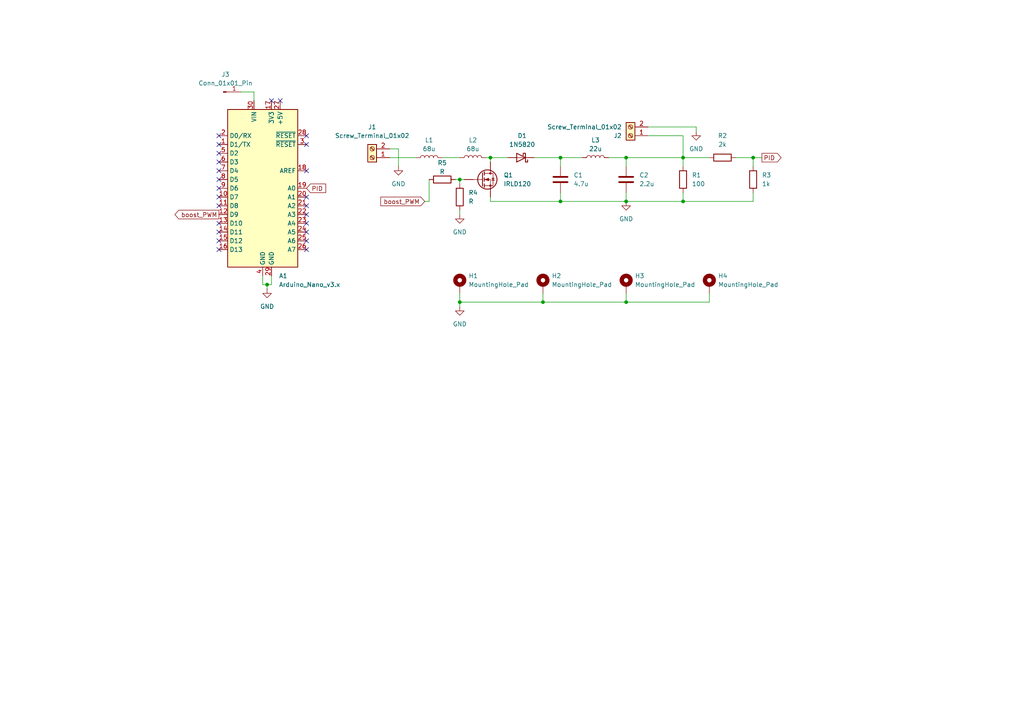
<source format=kicad_sch>
(kicad_sch
	(version 20250114)
	(generator "eeschema")
	(generator_version "9.0")
	(uuid "7a277de7-45f6-414b-b33a-818521136a65")
	(paper "A4")
	(title_block
		(title "Boost converter")
		(date "2025-04-14")
		(rev "1.1")
	)
	(lib_symbols
		(symbol "Connector:Conn_01x01_Pin"
			(pin_names
				(offset 1.016)
				(hide yes)
			)
			(exclude_from_sim no)
			(in_bom yes)
			(on_board yes)
			(property "Reference" "J"
				(at 0 2.54 0)
				(effects
					(font
						(size 1.27 1.27)
					)
				)
			)
			(property "Value" "Conn_01x01_Pin"
				(at 0 -2.54 0)
				(effects
					(font
						(size 1.27 1.27)
					)
				)
			)
			(property "Footprint" ""
				(at 0 0 0)
				(effects
					(font
						(size 1.27 1.27)
					)
					(hide yes)
				)
			)
			(property "Datasheet" "~"
				(at 0 0 0)
				(effects
					(font
						(size 1.27 1.27)
					)
					(hide yes)
				)
			)
			(property "Description" "Generic connector, single row, 01x01, script generated"
				(at 0 0 0)
				(effects
					(font
						(size 1.27 1.27)
					)
					(hide yes)
				)
			)
			(property "ki_locked" ""
				(at 0 0 0)
				(effects
					(font
						(size 1.27 1.27)
					)
				)
			)
			(property "ki_keywords" "connector"
				(at 0 0 0)
				(effects
					(font
						(size 1.27 1.27)
					)
					(hide yes)
				)
			)
			(property "ki_fp_filters" "Connector*:*_1x??_*"
				(at 0 0 0)
				(effects
					(font
						(size 1.27 1.27)
					)
					(hide yes)
				)
			)
			(symbol "Conn_01x01_Pin_1_1"
				(rectangle
					(start 0.8636 0.127)
					(end 0 -0.127)
					(stroke
						(width 0.1524)
						(type default)
					)
					(fill
						(type outline)
					)
				)
				(polyline
					(pts
						(xy 1.27 0) (xy 0.8636 0)
					)
					(stroke
						(width 0.1524)
						(type default)
					)
					(fill
						(type none)
					)
				)
				(pin passive line
					(at 5.08 0 180)
					(length 3.81)
					(name "Pin_1"
						(effects
							(font
								(size 1.27 1.27)
							)
						)
					)
					(number "1"
						(effects
							(font
								(size 1.27 1.27)
							)
						)
					)
				)
			)
			(embedded_fonts no)
		)
		(symbol "Connector:Screw_Terminal_01x02"
			(pin_names
				(offset 1.016)
				(hide yes)
			)
			(exclude_from_sim no)
			(in_bom yes)
			(on_board yes)
			(property "Reference" "J"
				(at 0 2.54 0)
				(effects
					(font
						(size 1.27 1.27)
					)
				)
			)
			(property "Value" "Screw_Terminal_01x02"
				(at 0 -5.08 0)
				(effects
					(font
						(size 1.27 1.27)
					)
				)
			)
			(property "Footprint" ""
				(at 0 0 0)
				(effects
					(font
						(size 1.27 1.27)
					)
					(hide yes)
				)
			)
			(property "Datasheet" "~"
				(at 0 0 0)
				(effects
					(font
						(size 1.27 1.27)
					)
					(hide yes)
				)
			)
			(property "Description" "Generic screw terminal, single row, 01x02, script generated (kicad-library-utils/schlib/autogen/connector/)"
				(at 0 0 0)
				(effects
					(font
						(size 1.27 1.27)
					)
					(hide yes)
				)
			)
			(property "ki_keywords" "screw terminal"
				(at 0 0 0)
				(effects
					(font
						(size 1.27 1.27)
					)
					(hide yes)
				)
			)
			(property "ki_fp_filters" "TerminalBlock*:*"
				(at 0 0 0)
				(effects
					(font
						(size 1.27 1.27)
					)
					(hide yes)
				)
			)
			(symbol "Screw_Terminal_01x02_1_1"
				(rectangle
					(start -1.27 1.27)
					(end 1.27 -3.81)
					(stroke
						(width 0.254)
						(type default)
					)
					(fill
						(type background)
					)
				)
				(polyline
					(pts
						(xy -0.5334 0.3302) (xy 0.3302 -0.508)
					)
					(stroke
						(width 0.1524)
						(type default)
					)
					(fill
						(type none)
					)
				)
				(polyline
					(pts
						(xy -0.5334 -2.2098) (xy 0.3302 -3.048)
					)
					(stroke
						(width 0.1524)
						(type default)
					)
					(fill
						(type none)
					)
				)
				(polyline
					(pts
						(xy -0.3556 0.508) (xy 0.508 -0.3302)
					)
					(stroke
						(width 0.1524)
						(type default)
					)
					(fill
						(type none)
					)
				)
				(polyline
					(pts
						(xy -0.3556 -2.032) (xy 0.508 -2.8702)
					)
					(stroke
						(width 0.1524)
						(type default)
					)
					(fill
						(type none)
					)
				)
				(circle
					(center 0 0)
					(radius 0.635)
					(stroke
						(width 0.1524)
						(type default)
					)
					(fill
						(type none)
					)
				)
				(circle
					(center 0 -2.54)
					(radius 0.635)
					(stroke
						(width 0.1524)
						(type default)
					)
					(fill
						(type none)
					)
				)
				(pin passive line
					(at -5.08 0 0)
					(length 3.81)
					(name "Pin_1"
						(effects
							(font
								(size 1.27 1.27)
							)
						)
					)
					(number "1"
						(effects
							(font
								(size 1.27 1.27)
							)
						)
					)
				)
				(pin passive line
					(at -5.08 -2.54 0)
					(length 3.81)
					(name "Pin_2"
						(effects
							(font
								(size 1.27 1.27)
							)
						)
					)
					(number "2"
						(effects
							(font
								(size 1.27 1.27)
							)
						)
					)
				)
			)
			(embedded_fonts no)
		)
		(symbol "Device:C"
			(pin_numbers
				(hide yes)
			)
			(pin_names
				(offset 0.254)
			)
			(exclude_from_sim no)
			(in_bom yes)
			(on_board yes)
			(property "Reference" "C"
				(at 0.635 2.54 0)
				(effects
					(font
						(size 1.27 1.27)
					)
					(justify left)
				)
			)
			(property "Value" "C"
				(at 0.635 -2.54 0)
				(effects
					(font
						(size 1.27 1.27)
					)
					(justify left)
				)
			)
			(property "Footprint" ""
				(at 0.9652 -3.81 0)
				(effects
					(font
						(size 1.27 1.27)
					)
					(hide yes)
				)
			)
			(property "Datasheet" "~"
				(at 0 0 0)
				(effects
					(font
						(size 1.27 1.27)
					)
					(hide yes)
				)
			)
			(property "Description" "Unpolarized capacitor"
				(at 0 0 0)
				(effects
					(font
						(size 1.27 1.27)
					)
					(hide yes)
				)
			)
			(property "ki_keywords" "cap capacitor"
				(at 0 0 0)
				(effects
					(font
						(size 1.27 1.27)
					)
					(hide yes)
				)
			)
			(property "ki_fp_filters" "C_*"
				(at 0 0 0)
				(effects
					(font
						(size 1.27 1.27)
					)
					(hide yes)
				)
			)
			(symbol "C_0_1"
				(polyline
					(pts
						(xy -2.032 0.762) (xy 2.032 0.762)
					)
					(stroke
						(width 0.508)
						(type default)
					)
					(fill
						(type none)
					)
				)
				(polyline
					(pts
						(xy -2.032 -0.762) (xy 2.032 -0.762)
					)
					(stroke
						(width 0.508)
						(type default)
					)
					(fill
						(type none)
					)
				)
			)
			(symbol "C_1_1"
				(pin passive line
					(at 0 3.81 270)
					(length 2.794)
					(name "~"
						(effects
							(font
								(size 1.27 1.27)
							)
						)
					)
					(number "1"
						(effects
							(font
								(size 1.27 1.27)
							)
						)
					)
				)
				(pin passive line
					(at 0 -3.81 90)
					(length 2.794)
					(name "~"
						(effects
							(font
								(size 1.27 1.27)
							)
						)
					)
					(number "2"
						(effects
							(font
								(size 1.27 1.27)
							)
						)
					)
				)
			)
			(embedded_fonts no)
		)
		(symbol "Device:L"
			(pin_numbers
				(hide yes)
			)
			(pin_names
				(offset 1.016)
				(hide yes)
			)
			(exclude_from_sim no)
			(in_bom yes)
			(on_board yes)
			(property "Reference" "L"
				(at -1.27 0 90)
				(effects
					(font
						(size 1.27 1.27)
					)
				)
			)
			(property "Value" "L"
				(at 1.905 0 90)
				(effects
					(font
						(size 1.27 1.27)
					)
				)
			)
			(property "Footprint" ""
				(at 0 0 0)
				(effects
					(font
						(size 1.27 1.27)
					)
					(hide yes)
				)
			)
			(property "Datasheet" "~"
				(at 0 0 0)
				(effects
					(font
						(size 1.27 1.27)
					)
					(hide yes)
				)
			)
			(property "Description" "Inductor"
				(at 0 0 0)
				(effects
					(font
						(size 1.27 1.27)
					)
					(hide yes)
				)
			)
			(property "ki_keywords" "inductor choke coil reactor magnetic"
				(at 0 0 0)
				(effects
					(font
						(size 1.27 1.27)
					)
					(hide yes)
				)
			)
			(property "ki_fp_filters" "Choke_* *Coil* Inductor_* L_*"
				(at 0 0 0)
				(effects
					(font
						(size 1.27 1.27)
					)
					(hide yes)
				)
			)
			(symbol "L_0_1"
				(arc
					(start 0 2.54)
					(mid 0.6323 1.905)
					(end 0 1.27)
					(stroke
						(width 0)
						(type default)
					)
					(fill
						(type none)
					)
				)
				(arc
					(start 0 1.27)
					(mid 0.6323 0.635)
					(end 0 0)
					(stroke
						(width 0)
						(type default)
					)
					(fill
						(type none)
					)
				)
				(arc
					(start 0 0)
					(mid 0.6323 -0.635)
					(end 0 -1.27)
					(stroke
						(width 0)
						(type default)
					)
					(fill
						(type none)
					)
				)
				(arc
					(start 0 -1.27)
					(mid 0.6323 -1.905)
					(end 0 -2.54)
					(stroke
						(width 0)
						(type default)
					)
					(fill
						(type none)
					)
				)
			)
			(symbol "L_1_1"
				(pin passive line
					(at 0 3.81 270)
					(length 1.27)
					(name "1"
						(effects
							(font
								(size 1.27 1.27)
							)
						)
					)
					(number "1"
						(effects
							(font
								(size 1.27 1.27)
							)
						)
					)
				)
				(pin passive line
					(at 0 -3.81 90)
					(length 1.27)
					(name "2"
						(effects
							(font
								(size 1.27 1.27)
							)
						)
					)
					(number "2"
						(effects
							(font
								(size 1.27 1.27)
							)
						)
					)
				)
			)
			(embedded_fonts no)
		)
		(symbol "Device:Q_NMOS"
			(pin_numbers
				(hide yes)
			)
			(pin_names
				(offset 0)
				(hide yes)
			)
			(exclude_from_sim no)
			(in_bom yes)
			(on_board yes)
			(property "Reference" "Q1"
				(at 6.35 1.2701 0)
				(effects
					(font
						(size 1.27 1.27)
					)
					(justify left)
				)
			)
			(property "Value" "IRLD120"
				(at 6.35 -1.2699 0)
				(effects
					(font
						(size 1.27 1.27)
					)
					(justify left)
				)
			)
			(property "Footprint" "Package_DIP:DIP-4_W7.62mm"
				(at 5.08 2.54 0)
				(effects
					(font
						(size 1.27 1.27)
					)
					(hide yes)
				)
			)
			(property "Datasheet" "~"
				(at 0 0 0)
				(effects
					(font
						(size 1.27 1.27)
					)
					(hide yes)
				)
			)
			(property "Description" "N-MOSFET transistor"
				(at 0 0 0)
				(effects
					(font
						(size 1.27 1.27)
					)
					(hide yes)
				)
			)
			(property "ki_keywords" "NMOS N-MOS"
				(at 0 0 0)
				(effects
					(font
						(size 1.27 1.27)
					)
					(hide yes)
				)
			)
			(symbol "Q_NMOS_0_1"
				(polyline
					(pts
						(xy 0.254 1.905) (xy 0.254 -1.905)
					)
					(stroke
						(width 0.254)
						(type default)
					)
					(fill
						(type none)
					)
				)
				(polyline
					(pts
						(xy 0.254 0) (xy -2.54 0)
					)
					(stroke
						(width 0)
						(type default)
					)
					(fill
						(type none)
					)
				)
				(polyline
					(pts
						(xy 0.762 2.286) (xy 0.762 1.27)
					)
					(stroke
						(width 0.254)
						(type default)
					)
					(fill
						(type none)
					)
				)
				(polyline
					(pts
						(xy 0.762 0.508) (xy 0.762 -0.508)
					)
					(stroke
						(width 0.254)
						(type default)
					)
					(fill
						(type none)
					)
				)
				(polyline
					(pts
						(xy 0.762 -1.27) (xy 0.762 -2.286)
					)
					(stroke
						(width 0.254)
						(type default)
					)
					(fill
						(type none)
					)
				)
				(polyline
					(pts
						(xy 0.762 -1.778) (xy 3.302 -1.778) (xy 3.302 1.778) (xy 0.762 1.778)
					)
					(stroke
						(width 0)
						(type default)
					)
					(fill
						(type none)
					)
				)
				(polyline
					(pts
						(xy 1.016 0) (xy 2.032 0.381) (xy 2.032 -0.381) (xy 1.016 0)
					)
					(stroke
						(width 0)
						(type default)
					)
					(fill
						(type outline)
					)
				)
				(circle
					(center 1.651 0)
					(radius 2.794)
					(stroke
						(width 0.254)
						(type default)
					)
					(fill
						(type none)
					)
				)
				(polyline
					(pts
						(xy 2.54 2.54) (xy 2.54 1.778)
					)
					(stroke
						(width 0)
						(type default)
					)
					(fill
						(type none)
					)
				)
				(circle
					(center 2.54 1.778)
					(radius 0.254)
					(stroke
						(width 0)
						(type default)
					)
					(fill
						(type outline)
					)
				)
				(circle
					(center 2.54 -1.778)
					(radius 0.254)
					(stroke
						(width 0)
						(type default)
					)
					(fill
						(type outline)
					)
				)
				(polyline
					(pts
						(xy 2.54 -2.54) (xy 2.54 0) (xy 0.762 0)
					)
					(stroke
						(width 0)
						(type default)
					)
					(fill
						(type none)
					)
				)
				(polyline
					(pts
						(xy 2.921 0.381) (xy 3.683 0.381)
					)
					(stroke
						(width 0)
						(type default)
					)
					(fill
						(type none)
					)
				)
				(polyline
					(pts
						(xy 3.302 0.381) (xy 2.921 -0.254) (xy 3.683 -0.254) (xy 3.302 0.381)
					)
					(stroke
						(width 0)
						(type default)
					)
					(fill
						(type none)
					)
				)
			)
			(symbol "Q_NMOS_1_1"
				(pin input line
					(at -5.08 0 0)
					(length 2.54)
					(name "G"
						(effects
							(font
								(size 1.27 1.27)
							)
						)
					)
					(number "3"
						(effects
							(font
								(size 1.27 1.27)
							)
						)
					)
				)
				(pin passive line
					(at 2.54 5.08 270)
					(length 2.54)
					(name "D"
						(effects
							(font
								(size 1.27 1.27)
							)
						)
					)
					(number "1"
						(effects
							(font
								(size 1.27 1.27)
							)
						)
					)
				)
				(pin passive line
					(at 2.54 -5.08 90)
					(length 2.54)
					(name "S"
						(effects
							(font
								(size 1.27 1.27)
							)
						)
					)
					(number "2"
						(effects
							(font
								(size 1.27 1.27)
							)
						)
					)
				)
			)
			(embedded_fonts no)
		)
		(symbol "Device:R"
			(pin_numbers
				(hide yes)
			)
			(pin_names
				(offset 0)
			)
			(exclude_from_sim no)
			(in_bom yes)
			(on_board yes)
			(property "Reference" "R"
				(at 2.032 0 90)
				(effects
					(font
						(size 1.27 1.27)
					)
				)
			)
			(property "Value" "R"
				(at 0 0 90)
				(effects
					(font
						(size 1.27 1.27)
					)
				)
			)
			(property "Footprint" ""
				(at -1.778 0 90)
				(effects
					(font
						(size 1.27 1.27)
					)
					(hide yes)
				)
			)
			(property "Datasheet" "~"
				(at 0 0 0)
				(effects
					(font
						(size 1.27 1.27)
					)
					(hide yes)
				)
			)
			(property "Description" "Resistor"
				(at 0 0 0)
				(effects
					(font
						(size 1.27 1.27)
					)
					(hide yes)
				)
			)
			(property "ki_keywords" "R res resistor"
				(at 0 0 0)
				(effects
					(font
						(size 1.27 1.27)
					)
					(hide yes)
				)
			)
			(property "ki_fp_filters" "R_*"
				(at 0 0 0)
				(effects
					(font
						(size 1.27 1.27)
					)
					(hide yes)
				)
			)
			(symbol "R_0_1"
				(rectangle
					(start -1.016 -2.54)
					(end 1.016 2.54)
					(stroke
						(width 0.254)
						(type default)
					)
					(fill
						(type none)
					)
				)
			)
			(symbol "R_1_1"
				(pin passive line
					(at 0 3.81 270)
					(length 1.27)
					(name "~"
						(effects
							(font
								(size 1.27 1.27)
							)
						)
					)
					(number "1"
						(effects
							(font
								(size 1.27 1.27)
							)
						)
					)
				)
				(pin passive line
					(at 0 -3.81 90)
					(length 1.27)
					(name "~"
						(effects
							(font
								(size 1.27 1.27)
							)
						)
					)
					(number "2"
						(effects
							(font
								(size 1.27 1.27)
							)
						)
					)
				)
			)
			(embedded_fonts no)
		)
		(symbol "Diode:1N5820"
			(pin_numbers
				(hide yes)
			)
			(pin_names
				(offset 1.016)
				(hide yes)
			)
			(exclude_from_sim no)
			(in_bom yes)
			(on_board yes)
			(property "Reference" "D"
				(at 0 2.54 0)
				(effects
					(font
						(size 1.27 1.27)
					)
				)
			)
			(property "Value" "1N5820"
				(at 0 -2.54 0)
				(effects
					(font
						(size 1.27 1.27)
					)
				)
			)
			(property "Footprint" "Diode_THT:D_DO-201AD_P15.24mm_Horizontal"
				(at 0 -4.445 0)
				(effects
					(font
						(size 1.27 1.27)
					)
					(hide yes)
				)
			)
			(property "Datasheet" "http://www.vishay.com/docs/88526/1n5820.pdf"
				(at 0 0 0)
				(effects
					(font
						(size 1.27 1.27)
					)
					(hide yes)
				)
			)
			(property "Description" "20V 3A Schottky Barrier Rectifier Diode, DO-201AD"
				(at 0 0 0)
				(effects
					(font
						(size 1.27 1.27)
					)
					(hide yes)
				)
			)
			(property "ki_keywords" "diode Schottky"
				(at 0 0 0)
				(effects
					(font
						(size 1.27 1.27)
					)
					(hide yes)
				)
			)
			(property "ki_fp_filters" "D*DO?201AD*"
				(at 0 0 0)
				(effects
					(font
						(size 1.27 1.27)
					)
					(hide yes)
				)
			)
			(symbol "1N5820_0_1"
				(polyline
					(pts
						(xy -1.905 0.635) (xy -1.905 1.27) (xy -1.27 1.27) (xy -1.27 -1.27) (xy -0.635 -1.27) (xy -0.635 -0.635)
					)
					(stroke
						(width 0.254)
						(type default)
					)
					(fill
						(type none)
					)
				)
				(polyline
					(pts
						(xy 1.27 1.27) (xy 1.27 -1.27) (xy -1.27 0) (xy 1.27 1.27)
					)
					(stroke
						(width 0.254)
						(type default)
					)
					(fill
						(type none)
					)
				)
				(polyline
					(pts
						(xy 1.27 0) (xy -1.27 0)
					)
					(stroke
						(width 0)
						(type default)
					)
					(fill
						(type none)
					)
				)
			)
			(symbol "1N5820_1_1"
				(pin passive line
					(at -3.81 0 0)
					(length 2.54)
					(name "K"
						(effects
							(font
								(size 1.27 1.27)
							)
						)
					)
					(number "1"
						(effects
							(font
								(size 1.27 1.27)
							)
						)
					)
				)
				(pin passive line
					(at 3.81 0 180)
					(length 2.54)
					(name "A"
						(effects
							(font
								(size 1.27 1.27)
							)
						)
					)
					(number "2"
						(effects
							(font
								(size 1.27 1.27)
							)
						)
					)
				)
			)
			(embedded_fonts no)
		)
		(symbol "MCU_Module:Arduino_Nano_v3.x"
			(exclude_from_sim no)
			(in_bom yes)
			(on_board yes)
			(property "Reference" "A"
				(at -10.16 23.495 0)
				(effects
					(font
						(size 1.27 1.27)
					)
					(justify left bottom)
				)
			)
			(property "Value" "Arduino_Nano_v3.x"
				(at 5.08 -24.13 0)
				(effects
					(font
						(size 1.27 1.27)
					)
					(justify left top)
				)
			)
			(property "Footprint" "Module:Arduino_Nano"
				(at 0 0 0)
				(effects
					(font
						(size 1.27 1.27)
						(italic yes)
					)
					(hide yes)
				)
			)
			(property "Datasheet" "http://www.mouser.com/pdfdocs/Gravitech_Arduino_Nano3_0.pdf"
				(at 0 0 0)
				(effects
					(font
						(size 1.27 1.27)
					)
					(hide yes)
				)
			)
			(property "Description" "Arduino Nano v3.x"
				(at 0 0 0)
				(effects
					(font
						(size 1.27 1.27)
					)
					(hide yes)
				)
			)
			(property "ki_keywords" "Arduino nano microcontroller module USB"
				(at 0 0 0)
				(effects
					(font
						(size 1.27 1.27)
					)
					(hide yes)
				)
			)
			(property "ki_fp_filters" "Arduino*Nano*"
				(at 0 0 0)
				(effects
					(font
						(size 1.27 1.27)
					)
					(hide yes)
				)
			)
			(symbol "Arduino_Nano_v3.x_0_1"
				(rectangle
					(start -10.16 22.86)
					(end 10.16 -22.86)
					(stroke
						(width 0.254)
						(type default)
					)
					(fill
						(type background)
					)
				)
			)
			(symbol "Arduino_Nano_v3.x_1_1"
				(pin bidirectional line
					(at -12.7 15.24 0)
					(length 2.54)
					(name "D0/RX"
						(effects
							(font
								(size 1.27 1.27)
							)
						)
					)
					(number "2"
						(effects
							(font
								(size 1.27 1.27)
							)
						)
					)
				)
				(pin bidirectional line
					(at -12.7 12.7 0)
					(length 2.54)
					(name "D1/TX"
						(effects
							(font
								(size 1.27 1.27)
							)
						)
					)
					(number "1"
						(effects
							(font
								(size 1.27 1.27)
							)
						)
					)
				)
				(pin bidirectional line
					(at -12.7 10.16 0)
					(length 2.54)
					(name "D2"
						(effects
							(font
								(size 1.27 1.27)
							)
						)
					)
					(number "5"
						(effects
							(font
								(size 1.27 1.27)
							)
						)
					)
				)
				(pin bidirectional line
					(at -12.7 7.62 0)
					(length 2.54)
					(name "D3"
						(effects
							(font
								(size 1.27 1.27)
							)
						)
					)
					(number "6"
						(effects
							(font
								(size 1.27 1.27)
							)
						)
					)
				)
				(pin bidirectional line
					(at -12.7 5.08 0)
					(length 2.54)
					(name "D4"
						(effects
							(font
								(size 1.27 1.27)
							)
						)
					)
					(number "7"
						(effects
							(font
								(size 1.27 1.27)
							)
						)
					)
				)
				(pin bidirectional line
					(at -12.7 2.54 0)
					(length 2.54)
					(name "D5"
						(effects
							(font
								(size 1.27 1.27)
							)
						)
					)
					(number "8"
						(effects
							(font
								(size 1.27 1.27)
							)
						)
					)
				)
				(pin bidirectional line
					(at -12.7 0 0)
					(length 2.54)
					(name "D6"
						(effects
							(font
								(size 1.27 1.27)
							)
						)
					)
					(number "9"
						(effects
							(font
								(size 1.27 1.27)
							)
						)
					)
				)
				(pin bidirectional line
					(at -12.7 -2.54 0)
					(length 2.54)
					(name "D7"
						(effects
							(font
								(size 1.27 1.27)
							)
						)
					)
					(number "10"
						(effects
							(font
								(size 1.27 1.27)
							)
						)
					)
				)
				(pin bidirectional line
					(at -12.7 -5.08 0)
					(length 2.54)
					(name "D8"
						(effects
							(font
								(size 1.27 1.27)
							)
						)
					)
					(number "11"
						(effects
							(font
								(size 1.27 1.27)
							)
						)
					)
				)
				(pin bidirectional line
					(at -12.7 -7.62 0)
					(length 2.54)
					(name "D9"
						(effects
							(font
								(size 1.27 1.27)
							)
						)
					)
					(number "12"
						(effects
							(font
								(size 1.27 1.27)
							)
						)
					)
				)
				(pin bidirectional line
					(at -12.7 -10.16 0)
					(length 2.54)
					(name "D10"
						(effects
							(font
								(size 1.27 1.27)
							)
						)
					)
					(number "13"
						(effects
							(font
								(size 1.27 1.27)
							)
						)
					)
				)
				(pin bidirectional line
					(at -12.7 -12.7 0)
					(length 2.54)
					(name "D11"
						(effects
							(font
								(size 1.27 1.27)
							)
						)
					)
					(number "14"
						(effects
							(font
								(size 1.27 1.27)
							)
						)
					)
				)
				(pin bidirectional line
					(at -12.7 -15.24 0)
					(length 2.54)
					(name "D12"
						(effects
							(font
								(size 1.27 1.27)
							)
						)
					)
					(number "15"
						(effects
							(font
								(size 1.27 1.27)
							)
						)
					)
				)
				(pin bidirectional line
					(at -12.7 -17.78 0)
					(length 2.54)
					(name "D13"
						(effects
							(font
								(size 1.27 1.27)
							)
						)
					)
					(number "16"
						(effects
							(font
								(size 1.27 1.27)
							)
						)
					)
				)
				(pin power_in line
					(at -2.54 25.4 270)
					(length 2.54)
					(name "VIN"
						(effects
							(font
								(size 1.27 1.27)
							)
						)
					)
					(number "30"
						(effects
							(font
								(size 1.27 1.27)
							)
						)
					)
				)
				(pin power_in line
					(at 0 -25.4 90)
					(length 2.54)
					(name "GND"
						(effects
							(font
								(size 1.27 1.27)
							)
						)
					)
					(number "4"
						(effects
							(font
								(size 1.27 1.27)
							)
						)
					)
				)
				(pin power_out line
					(at 2.54 25.4 270)
					(length 2.54)
					(name "3V3"
						(effects
							(font
								(size 1.27 1.27)
							)
						)
					)
					(number "17"
						(effects
							(font
								(size 1.27 1.27)
							)
						)
					)
				)
				(pin power_in line
					(at 2.54 -25.4 90)
					(length 2.54)
					(name "GND"
						(effects
							(font
								(size 1.27 1.27)
							)
						)
					)
					(number "29"
						(effects
							(font
								(size 1.27 1.27)
							)
						)
					)
				)
				(pin power_out line
					(at 5.08 25.4 270)
					(length 2.54)
					(name "+5V"
						(effects
							(font
								(size 1.27 1.27)
							)
						)
					)
					(number "27"
						(effects
							(font
								(size 1.27 1.27)
							)
						)
					)
				)
				(pin input line
					(at 12.7 15.24 180)
					(length 2.54)
					(name "~{RESET}"
						(effects
							(font
								(size 1.27 1.27)
							)
						)
					)
					(number "28"
						(effects
							(font
								(size 1.27 1.27)
							)
						)
					)
				)
				(pin input line
					(at 12.7 12.7 180)
					(length 2.54)
					(name "~{RESET}"
						(effects
							(font
								(size 1.27 1.27)
							)
						)
					)
					(number "3"
						(effects
							(font
								(size 1.27 1.27)
							)
						)
					)
				)
				(pin input line
					(at 12.7 5.08 180)
					(length 2.54)
					(name "AREF"
						(effects
							(font
								(size 1.27 1.27)
							)
						)
					)
					(number "18"
						(effects
							(font
								(size 1.27 1.27)
							)
						)
					)
				)
				(pin bidirectional line
					(at 12.7 0 180)
					(length 2.54)
					(name "A0"
						(effects
							(font
								(size 1.27 1.27)
							)
						)
					)
					(number "19"
						(effects
							(font
								(size 1.27 1.27)
							)
						)
					)
				)
				(pin bidirectional line
					(at 12.7 -2.54 180)
					(length 2.54)
					(name "A1"
						(effects
							(font
								(size 1.27 1.27)
							)
						)
					)
					(number "20"
						(effects
							(font
								(size 1.27 1.27)
							)
						)
					)
				)
				(pin bidirectional line
					(at 12.7 -5.08 180)
					(length 2.54)
					(name "A2"
						(effects
							(font
								(size 1.27 1.27)
							)
						)
					)
					(number "21"
						(effects
							(font
								(size 1.27 1.27)
							)
						)
					)
				)
				(pin bidirectional line
					(at 12.7 -7.62 180)
					(length 2.54)
					(name "A3"
						(effects
							(font
								(size 1.27 1.27)
							)
						)
					)
					(number "22"
						(effects
							(font
								(size 1.27 1.27)
							)
						)
					)
				)
				(pin bidirectional line
					(at 12.7 -10.16 180)
					(length 2.54)
					(name "A4"
						(effects
							(font
								(size 1.27 1.27)
							)
						)
					)
					(number "23"
						(effects
							(font
								(size 1.27 1.27)
							)
						)
					)
				)
				(pin bidirectional line
					(at 12.7 -12.7 180)
					(length 2.54)
					(name "A5"
						(effects
							(font
								(size 1.27 1.27)
							)
						)
					)
					(number "24"
						(effects
							(font
								(size 1.27 1.27)
							)
						)
					)
				)
				(pin bidirectional line
					(at 12.7 -15.24 180)
					(length 2.54)
					(name "A6"
						(effects
							(font
								(size 1.27 1.27)
							)
						)
					)
					(number "25"
						(effects
							(font
								(size 1.27 1.27)
							)
						)
					)
				)
				(pin bidirectional line
					(at 12.7 -17.78 180)
					(length 2.54)
					(name "A7"
						(effects
							(font
								(size 1.27 1.27)
							)
						)
					)
					(number "26"
						(effects
							(font
								(size 1.27 1.27)
							)
						)
					)
				)
			)
			(embedded_fonts no)
		)
		(symbol "Mechanical:MountingHole_Pad"
			(pin_numbers
				(hide yes)
			)
			(pin_names
				(offset 1.016)
				(hide yes)
			)
			(exclude_from_sim no)
			(in_bom no)
			(on_board yes)
			(property "Reference" "H"
				(at 0 6.35 0)
				(effects
					(font
						(size 1.27 1.27)
					)
				)
			)
			(property "Value" "MountingHole_Pad"
				(at 0 4.445 0)
				(effects
					(font
						(size 1.27 1.27)
					)
				)
			)
			(property "Footprint" ""
				(at 0 0 0)
				(effects
					(font
						(size 1.27 1.27)
					)
					(hide yes)
				)
			)
			(property "Datasheet" "~"
				(at 0 0 0)
				(effects
					(font
						(size 1.27 1.27)
					)
					(hide yes)
				)
			)
			(property "Description" "Mounting Hole with connection"
				(at 0 0 0)
				(effects
					(font
						(size 1.27 1.27)
					)
					(hide yes)
				)
			)
			(property "ki_keywords" "mounting hole"
				(at 0 0 0)
				(effects
					(font
						(size 1.27 1.27)
					)
					(hide yes)
				)
			)
			(property "ki_fp_filters" "MountingHole*Pad*"
				(at 0 0 0)
				(effects
					(font
						(size 1.27 1.27)
					)
					(hide yes)
				)
			)
			(symbol "MountingHole_Pad_0_1"
				(circle
					(center 0 1.27)
					(radius 1.27)
					(stroke
						(width 1.27)
						(type default)
					)
					(fill
						(type none)
					)
				)
			)
			(symbol "MountingHole_Pad_1_1"
				(pin input line
					(at 0 -2.54 90)
					(length 2.54)
					(name "1"
						(effects
							(font
								(size 1.27 1.27)
							)
						)
					)
					(number "1"
						(effects
							(font
								(size 1.27 1.27)
							)
						)
					)
				)
			)
			(embedded_fonts no)
		)
		(symbol "power:GND"
			(power)
			(pin_numbers
				(hide yes)
			)
			(pin_names
				(offset 0)
				(hide yes)
			)
			(exclude_from_sim no)
			(in_bom yes)
			(on_board yes)
			(property "Reference" "#PWR"
				(at 0 -6.35 0)
				(effects
					(font
						(size 1.27 1.27)
					)
					(hide yes)
				)
			)
			(property "Value" "GND"
				(at 0 -3.81 0)
				(effects
					(font
						(size 1.27 1.27)
					)
				)
			)
			(property "Footprint" ""
				(at 0 0 0)
				(effects
					(font
						(size 1.27 1.27)
					)
					(hide yes)
				)
			)
			(property "Datasheet" ""
				(at 0 0 0)
				(effects
					(font
						(size 1.27 1.27)
					)
					(hide yes)
				)
			)
			(property "Description" "Power symbol creates a global label with name \"GND\" , ground"
				(at 0 0 0)
				(effects
					(font
						(size 1.27 1.27)
					)
					(hide yes)
				)
			)
			(property "ki_keywords" "global power"
				(at 0 0 0)
				(effects
					(font
						(size 1.27 1.27)
					)
					(hide yes)
				)
			)
			(symbol "GND_0_1"
				(polyline
					(pts
						(xy 0 0) (xy 0 -1.27) (xy 1.27 -1.27) (xy 0 -2.54) (xy -1.27 -1.27) (xy 0 -1.27)
					)
					(stroke
						(width 0)
						(type default)
					)
					(fill
						(type none)
					)
				)
			)
			(symbol "GND_1_1"
				(pin power_in line
					(at 0 0 270)
					(length 0)
					(name "~"
						(effects
							(font
								(size 1.27 1.27)
							)
						)
					)
					(number "1"
						(effects
							(font
								(size 1.27 1.27)
							)
						)
					)
				)
			)
			(embedded_fonts no)
		)
	)
	(junction
		(at 181.61 45.72)
		(diameter 0)
		(color 0 0 0 0)
		(uuid "00e9699d-3528-4381-839e-d60caf0b8586")
	)
	(junction
		(at 142.24 45.72)
		(diameter 0)
		(color 0 0 0 0)
		(uuid "2c0d7219-7400-4206-8e64-727be160eb1a")
	)
	(junction
		(at 157.48 87.63)
		(diameter 0)
		(color 0 0 0 0)
		(uuid "4d8072ed-82a4-44a1-b73d-14f30d77710f")
	)
	(junction
		(at 162.56 58.42)
		(diameter 0)
		(color 0 0 0 0)
		(uuid "64bfe145-f7a4-4776-ae1a-3ac5ff26fb4d")
	)
	(junction
		(at 181.61 58.42)
		(diameter 0)
		(color 0 0 0 0)
		(uuid "67f419db-1c78-471f-a1aa-388f842b4391")
	)
	(junction
		(at 198.12 45.72)
		(diameter 0)
		(color 0 0 0 0)
		(uuid "7710c4d3-fe1f-405d-9ce9-5f5a7a855510")
	)
	(junction
		(at 77.47 82.55)
		(diameter 0)
		(color 0 0 0 0)
		(uuid "912f403b-b939-4428-87d4-946b6b67582c")
	)
	(junction
		(at 133.35 52.07)
		(diameter 0)
		(color 0 0 0 0)
		(uuid "a799fc65-88b7-484e-9a5c-be6d969b58d7")
	)
	(junction
		(at 133.35 87.63)
		(diameter 0)
		(color 0 0 0 0)
		(uuid "b60784fc-2bc5-4f7a-b2d0-3787c1c34668")
	)
	(junction
		(at 198.12 58.42)
		(diameter 0)
		(color 0 0 0 0)
		(uuid "bf433371-1738-416f-981d-3beec9490c3c")
	)
	(junction
		(at 218.44 45.72)
		(diameter 0)
		(color 0 0 0 0)
		(uuid "c2c322e8-a41d-4b3d-9eaa-374fda782875")
	)
	(junction
		(at 181.61 87.63)
		(diameter 0)
		(color 0 0 0 0)
		(uuid "cab25ab3-ebf2-4fe8-8a10-95bcf28f5c4b")
	)
	(junction
		(at 162.56 45.72)
		(diameter 0)
		(color 0 0 0 0)
		(uuid "d0fc551d-f922-46c7-9ccd-0ffad31ed552")
	)
	(no_connect
		(at 63.5 39.37)
		(uuid "038b8e72-f93c-4842-92c4-2a4e2abdce26")
	)
	(no_connect
		(at 63.5 59.69)
		(uuid "17575a6e-1271-4c62-bef0-198abed4ea9a")
	)
	(no_connect
		(at 81.28 29.21)
		(uuid "23f21b12-105b-4885-88dc-d51eb34b9a3a")
	)
	(no_connect
		(at 88.9 62.23)
		(uuid "2a86628e-b2c7-4446-b3c5-a04887fc7203")
	)
	(no_connect
		(at 63.5 44.45)
		(uuid "3ab9387f-d6e5-4eaa-b923-30ed9c4719ca")
	)
	(no_connect
		(at 63.5 52.07)
		(uuid "3e6d4231-4720-48e0-8ff0-bdb2a6d87432")
	)
	(no_connect
		(at 88.9 64.77)
		(uuid "46b0978e-90f8-40d8-838b-de30e288ee05")
	)
	(no_connect
		(at 88.9 39.37)
		(uuid "4927bd06-b0ed-4c09-9ed8-77770166376a")
	)
	(no_connect
		(at 78.74 29.21)
		(uuid "50938b9c-286e-405d-a023-8e739e9a8eb9")
	)
	(no_connect
		(at 63.5 69.85)
		(uuid "58585abc-e46a-49c2-9350-18ca8d0f4b8e")
	)
	(no_connect
		(at 63.5 54.61)
		(uuid "63700960-2210-4650-9ab6-df25867f4e6d")
	)
	(no_connect
		(at 63.5 46.99)
		(uuid "7a35fc8e-a9d0-4ef4-a200-a800c64afa85")
	)
	(no_connect
		(at 88.9 67.31)
		(uuid "7eeeac8b-0df3-40cb-a97b-c485d89d6cec")
	)
	(no_connect
		(at 63.5 57.15)
		(uuid "908a9e3f-9529-47b5-8df1-aa19d4c90e52")
	)
	(no_connect
		(at 63.5 72.39)
		(uuid "92a0e065-6b65-4534-bc60-fd796666a56d")
	)
	(no_connect
		(at 63.5 67.31)
		(uuid "9eef116d-4249-4a0e-a427-b27682d1df77")
	)
	(no_connect
		(at 88.9 49.53)
		(uuid "a18ad729-217f-4ecf-9d0c-a966884e0bee")
	)
	(no_connect
		(at 88.9 57.15)
		(uuid "bba9b80c-180c-425a-96e9-bb28ad895b52")
	)
	(no_connect
		(at 88.9 41.91)
		(uuid "d591921f-12b7-45b4-8b1c-4efbe3a31671")
	)
	(no_connect
		(at 63.5 41.91)
		(uuid "d9941145-3963-442c-a6fd-cd8c667fe96b")
	)
	(no_connect
		(at 63.5 64.77)
		(uuid "dac6c9b0-04f0-4144-ac2d-599309ca545b")
	)
	(no_connect
		(at 88.9 59.69)
		(uuid "e6763afa-00ec-4ab5-8172-4007ddb7b763")
	)
	(no_connect
		(at 88.9 69.85)
		(uuid "ea1773b3-e324-4a35-a007-367addebabd2")
	)
	(no_connect
		(at 88.9 72.39)
		(uuid "f2eacbc9-c782-4cfd-9b83-02b5b323b481")
	)
	(no_connect
		(at 63.5 49.53)
		(uuid "f9325449-dedd-4f30-ba3a-0a6e67063f76")
	)
	(wire
		(pts
			(xy 77.47 82.55) (xy 77.47 83.82)
		)
		(stroke
			(width 0)
			(type default)
		)
		(uuid "0261e4b6-1dbe-43eb-9c8e-3c4d01cde667")
	)
	(wire
		(pts
			(xy 73.66 26.67) (xy 73.66 29.21)
		)
		(stroke
			(width 0)
			(type default)
		)
		(uuid "043d6701-4624-4861-bb8b-3bef82579a5e")
	)
	(wire
		(pts
			(xy 133.35 87.63) (xy 133.35 88.9)
		)
		(stroke
			(width 0)
			(type default)
		)
		(uuid "05cd8bf3-2d38-4a1c-8db9-58949bfe9f5b")
	)
	(wire
		(pts
			(xy 218.44 45.72) (xy 218.44 48.26)
		)
		(stroke
			(width 0)
			(type default)
		)
		(uuid "0a569352-205a-476b-b507-7e575d4d6349")
	)
	(wire
		(pts
			(xy 113.03 43.18) (xy 115.57 43.18)
		)
		(stroke
			(width 0)
			(type default)
		)
		(uuid "13086931-e954-4cd8-9c46-a8919967ee40")
	)
	(wire
		(pts
			(xy 181.61 45.72) (xy 181.61 48.26)
		)
		(stroke
			(width 0)
			(type default)
		)
		(uuid "1975178b-cd2a-4657-a548-5235485c3d34")
	)
	(wire
		(pts
			(xy 187.96 36.83) (xy 201.93 36.83)
		)
		(stroke
			(width 0)
			(type default)
		)
		(uuid "1a73a4c1-7043-4200-8393-975d70d955d1")
	)
	(wire
		(pts
			(xy 198.12 55.88) (xy 198.12 58.42)
		)
		(stroke
			(width 0)
			(type default)
		)
		(uuid "1de70bfe-6a09-46ff-8c3b-121a0501f043")
	)
	(wire
		(pts
			(xy 181.61 58.42) (xy 198.12 58.42)
		)
		(stroke
			(width 0)
			(type default)
		)
		(uuid "306e08dd-7fb0-4c57-98be-8dee1bfa5caf")
	)
	(wire
		(pts
			(xy 115.57 43.18) (xy 115.57 48.26)
		)
		(stroke
			(width 0)
			(type default)
		)
		(uuid "3f22f1e0-ad82-4362-a20e-94e65868eda5")
	)
	(wire
		(pts
			(xy 133.35 85.09) (xy 133.35 87.63)
		)
		(stroke
			(width 0)
			(type default)
		)
		(uuid "437fa4d7-efc9-44ac-90e4-2c0a6c8b6673")
	)
	(wire
		(pts
			(xy 133.35 60.96) (xy 133.35 62.23)
		)
		(stroke
			(width 0)
			(type default)
		)
		(uuid "46f6b640-1007-49db-b483-0319f9f6fb88")
	)
	(wire
		(pts
			(xy 124.46 58.42) (xy 123.19 58.42)
		)
		(stroke
			(width 0)
			(type default)
		)
		(uuid "5147dddd-c134-4fd7-88ca-fe05f7c4fc30")
	)
	(wire
		(pts
			(xy 157.48 87.63) (xy 181.61 87.63)
		)
		(stroke
			(width 0)
			(type default)
		)
		(uuid "5ae4352c-b4ea-4eec-9586-cbb2b7a68680")
	)
	(wire
		(pts
			(xy 181.61 55.88) (xy 181.61 58.42)
		)
		(stroke
			(width 0)
			(type default)
		)
		(uuid "69a30ee9-716f-433b-9cdd-bb0f319906c8")
	)
	(wire
		(pts
			(xy 162.56 45.72) (xy 154.94 45.72)
		)
		(stroke
			(width 0)
			(type default)
		)
		(uuid "6ba8407d-9cbe-487b-ae24-319cea079228")
	)
	(wire
		(pts
			(xy 142.24 57.15) (xy 142.24 58.42)
		)
		(stroke
			(width 0)
			(type default)
		)
		(uuid "70789ae0-93d9-490d-8090-5201e5e4ae27")
	)
	(wire
		(pts
			(xy 218.44 45.72) (xy 220.98 45.72)
		)
		(stroke
			(width 0)
			(type default)
		)
		(uuid "750e2c6b-b7c2-412b-aaf8-4cf1f334c4ed")
	)
	(wire
		(pts
			(xy 76.2 82.55) (xy 77.47 82.55)
		)
		(stroke
			(width 0)
			(type default)
		)
		(uuid "7543667c-4567-427b-be76-24ecac94ec21")
	)
	(wire
		(pts
			(xy 181.61 87.63) (xy 205.74 87.63)
		)
		(stroke
			(width 0)
			(type default)
		)
		(uuid "7678a1f4-de29-433d-b9ff-6f22b8a9dd45")
	)
	(wire
		(pts
			(xy 198.12 58.42) (xy 218.44 58.42)
		)
		(stroke
			(width 0)
			(type default)
		)
		(uuid "76bd945a-3abf-42cc-bbc3-50089a26eac1")
	)
	(wire
		(pts
			(xy 157.48 85.09) (xy 157.48 87.63)
		)
		(stroke
			(width 0)
			(type default)
		)
		(uuid "78f5fdad-6901-4d13-b045-749a80a343d4")
	)
	(wire
		(pts
			(xy 140.97 45.72) (xy 142.24 45.72)
		)
		(stroke
			(width 0)
			(type default)
		)
		(uuid "8ca41a51-b850-43a3-ab6b-01d612f9bb4e")
	)
	(wire
		(pts
			(xy 133.35 52.07) (xy 133.35 53.34)
		)
		(stroke
			(width 0)
			(type default)
		)
		(uuid "8d924d9f-adfe-43a5-a3ec-b8ec029d62be")
	)
	(wire
		(pts
			(xy 133.35 52.07) (xy 134.62 52.07)
		)
		(stroke
			(width 0)
			(type default)
		)
		(uuid "91ea7588-9f0b-4f1a-a4f2-9e582d8fa17e")
	)
	(wire
		(pts
			(xy 162.56 55.88) (xy 162.56 58.42)
		)
		(stroke
			(width 0)
			(type default)
		)
		(uuid "959e6efa-f0b6-4d57-9829-1f9ea350c9c3")
	)
	(wire
		(pts
			(xy 133.35 87.63) (xy 157.48 87.63)
		)
		(stroke
			(width 0)
			(type default)
		)
		(uuid "9b4285ea-bf5c-4e21-baf5-3f7b60ab091f")
	)
	(wire
		(pts
			(xy 198.12 45.72) (xy 198.12 48.26)
		)
		(stroke
			(width 0)
			(type default)
		)
		(uuid "a1917e1f-4ad7-43a8-9c34-e95bfdd42fc3")
	)
	(wire
		(pts
			(xy 205.74 87.63) (xy 205.74 85.09)
		)
		(stroke
			(width 0)
			(type default)
		)
		(uuid "a1bc33ea-4f09-4c96-9ad4-c0b84fab4339")
	)
	(wire
		(pts
			(xy 142.24 45.72) (xy 147.32 45.72)
		)
		(stroke
			(width 0)
			(type default)
		)
		(uuid "a5f9839b-a36d-4af4-b12a-eebff2b79f51")
	)
	(wire
		(pts
			(xy 181.61 45.72) (xy 198.12 45.72)
		)
		(stroke
			(width 0)
			(type default)
		)
		(uuid "a870c9fd-8f09-4df3-847b-5c0f3f0ef120")
	)
	(wire
		(pts
			(xy 77.47 82.55) (xy 78.74 82.55)
		)
		(stroke
			(width 0)
			(type default)
		)
		(uuid "ad47516e-d8fc-49bc-9708-83ef716bbe76")
	)
	(wire
		(pts
			(xy 213.36 45.72) (xy 218.44 45.72)
		)
		(stroke
			(width 0)
			(type default)
		)
		(uuid "b47dab66-751e-4938-bfdf-b50925acec1e")
	)
	(wire
		(pts
			(xy 181.61 85.09) (xy 181.61 87.63)
		)
		(stroke
			(width 0)
			(type default)
		)
		(uuid "bb32a29f-da4f-4803-a933-5e0031145de0")
	)
	(wire
		(pts
			(xy 176.53 45.72) (xy 181.61 45.72)
		)
		(stroke
			(width 0)
			(type default)
		)
		(uuid "be91cd2b-7f14-4fd7-b018-3d55232cbcaa")
	)
	(wire
		(pts
			(xy 78.74 80.01) (xy 78.74 82.55)
		)
		(stroke
			(width 0)
			(type default)
		)
		(uuid "c198392a-6bd0-4826-9a84-4bf6ce17c60d")
	)
	(wire
		(pts
			(xy 124.46 52.07) (xy 124.46 58.42)
		)
		(stroke
			(width 0)
			(type default)
		)
		(uuid "c70974a5-1464-4632-a023-be25e4c9a294")
	)
	(wire
		(pts
			(xy 142.24 45.72) (xy 142.24 46.99)
		)
		(stroke
			(width 0)
			(type default)
		)
		(uuid "c96dcd77-e5e8-4034-8407-460c0d2bd590")
	)
	(wire
		(pts
			(xy 128.27 45.72) (xy 133.35 45.72)
		)
		(stroke
			(width 0)
			(type default)
		)
		(uuid "c9807707-d282-467a-9155-1933c2e64386")
	)
	(wire
		(pts
			(xy 76.2 80.01) (xy 76.2 82.55)
		)
		(stroke
			(width 0)
			(type default)
		)
		(uuid "cc03b52b-2ddd-4495-9d55-cdb3caac9add")
	)
	(wire
		(pts
			(xy 187.96 39.37) (xy 198.12 39.37)
		)
		(stroke
			(width 0)
			(type default)
		)
		(uuid "d225d477-e38d-4aa9-ac36-ba71e2b0eb30")
	)
	(wire
		(pts
			(xy 162.56 45.72) (xy 168.91 45.72)
		)
		(stroke
			(width 0)
			(type default)
		)
		(uuid "d47d6b40-759b-449b-8bdb-fec1d8c1ba49")
	)
	(wire
		(pts
			(xy 162.56 48.26) (xy 162.56 45.72)
		)
		(stroke
			(width 0)
			(type default)
		)
		(uuid "d7b67a77-e40d-44bd-8fb7-356c5af8dfb4")
	)
	(wire
		(pts
			(xy 198.12 39.37) (xy 198.12 45.72)
		)
		(stroke
			(width 0)
			(type default)
		)
		(uuid "d9836808-8132-415c-966c-66483c6bc894")
	)
	(wire
		(pts
			(xy 218.44 55.88) (xy 218.44 58.42)
		)
		(stroke
			(width 0)
			(type default)
		)
		(uuid "da8b58a3-71a5-4968-bb00-8d524b9a8ec6")
	)
	(wire
		(pts
			(xy 181.61 58.42) (xy 162.56 58.42)
		)
		(stroke
			(width 0)
			(type default)
		)
		(uuid "dd05122b-b734-4e41-a62a-0a820aec92cb")
	)
	(wire
		(pts
			(xy 132.08 52.07) (xy 133.35 52.07)
		)
		(stroke
			(width 0)
			(type default)
		)
		(uuid "e1a9905d-e738-4ba1-8547-ddc247488e2e")
	)
	(wire
		(pts
			(xy 201.93 36.83) (xy 201.93 38.1)
		)
		(stroke
			(width 0)
			(type default)
		)
		(uuid "e75d3095-a488-463f-9e88-021da6e45453")
	)
	(wire
		(pts
			(xy 113.03 45.72) (xy 120.65 45.72)
		)
		(stroke
			(width 0)
			(type default)
		)
		(uuid "ec4c5b6e-1211-49dd-a081-fa9b8827b95c")
	)
	(wire
		(pts
			(xy 198.12 45.72) (xy 205.74 45.72)
		)
		(stroke
			(width 0)
			(type default)
		)
		(uuid "f188ec93-a352-4cbf-853a-4bc7ac14b21b")
	)
	(wire
		(pts
			(xy 69.85 26.67) (xy 73.66 26.67)
		)
		(stroke
			(width 0)
			(type default)
		)
		(uuid "f6607fe2-7af2-4623-97f7-cc3924feb9d7")
	)
	(wire
		(pts
			(xy 142.24 58.42) (xy 162.56 58.42)
		)
		(stroke
			(width 0)
			(type default)
		)
		(uuid "ffd8e204-2ee3-4f67-9edd-5bb5c7e92c50")
	)
	(global_label "boost_PWM"
		(shape output)
		(at 63.5 62.23 180)
		(fields_autoplaced yes)
		(effects
			(font
				(size 1.27 1.27)
			)
			(justify right)
		)
		(uuid "02200931-293c-4ef2-8d8b-ad6aa5c3e2a8")
		(property "Intersheetrefs" "${INTERSHEET_REFS}"
			(at 50.1736 62.23 0)
			(effects
				(font
					(size 1.27 1.27)
				)
				(justify right)
				(hide yes)
			)
		)
	)
	(global_label "PID"
		(shape input)
		(at 88.9 54.61 0)
		(fields_autoplaced yes)
		(effects
			(font
				(size 1.27 1.27)
			)
			(justify left)
		)
		(uuid "1140fb18-c471-4017-9c96-87b725e7677c")
		(property "Intersheetrefs" "${INTERSHEET_REFS}"
			(at 95.03 54.61 0)
			(effects
				(font
					(size 1.27 1.27)
				)
				(justify left)
				(hide yes)
			)
		)
	)
	(global_label "PID"
		(shape output)
		(at 220.98 45.72 0)
		(fields_autoplaced yes)
		(effects
			(font
				(size 1.27 1.27)
			)
			(justify left)
		)
		(uuid "81600e71-dc34-4259-bbae-77fe74b93c56")
		(property "Intersheetrefs" "${INTERSHEET_REFS}"
			(at 227.11 45.72 0)
			(effects
				(font
					(size 1.27 1.27)
				)
				(justify left)
				(hide yes)
			)
		)
	)
	(global_label "boost_PWM"
		(shape input)
		(at 123.19 58.42 180)
		(fields_autoplaced yes)
		(effects
			(font
				(size 1.27 1.27)
			)
			(justify right)
		)
		(uuid "cb635a18-c915-4d53-a64a-758cbad3438c")
		(property "Intersheetrefs" "${INTERSHEET_REFS}"
			(at 109.8636 58.42 0)
			(effects
				(font
					(size 1.27 1.27)
				)
				(justify right)
				(hide yes)
			)
		)
	)
	(symbol
		(lib_id "power:GND")
		(at 133.35 88.9 0)
		(unit 1)
		(exclude_from_sim no)
		(in_bom yes)
		(on_board yes)
		(dnp no)
		(fields_autoplaced yes)
		(uuid "085c8051-e455-4097-aa82-6652c33fb4be")
		(property "Reference" "#PWR04"
			(at 133.35 95.25 0)
			(effects
				(font
					(size 1.27 1.27)
				)
				(hide yes)
			)
		)
		(property "Value" "GND"
			(at 133.35 93.98 0)
			(effects
				(font
					(size 1.27 1.27)
				)
			)
		)
		(property "Footprint" ""
			(at 133.35 88.9 0)
			(effects
				(font
					(size 1.27 1.27)
				)
				(hide yes)
			)
		)
		(property "Datasheet" ""
			(at 133.35 88.9 0)
			(effects
				(font
					(size 1.27 1.27)
				)
				(hide yes)
			)
		)
		(property "Description" "Power symbol creates a global label with name \"GND\" , ground"
			(at 133.35 88.9 0)
			(effects
				(font
					(size 1.27 1.27)
				)
				(hide yes)
			)
		)
		(pin "1"
			(uuid "155bc4e5-38c5-4406-bb24-21f80a612727")
		)
		(instances
			(project ""
				(path "/7a277de7-45f6-414b-b33a-818521136a65"
					(reference "#PWR04")
					(unit 1)
				)
			)
		)
	)
	(symbol
		(lib_id "Mechanical:MountingHole_Pad")
		(at 181.61 82.55 0)
		(unit 1)
		(exclude_from_sim no)
		(in_bom no)
		(on_board yes)
		(dnp no)
		(fields_autoplaced yes)
		(uuid "0da2563a-741f-4be2-ad24-b8b14a325fdb")
		(property "Reference" "H3"
			(at 184.15 80.0099 0)
			(effects
				(font
					(size 1.27 1.27)
				)
				(justify left)
			)
		)
		(property "Value" "MountingHole_Pad"
			(at 184.15 82.5499 0)
			(effects
				(font
					(size 1.27 1.27)
				)
				(justify left)
			)
		)
		(property "Footprint" "MountingHole:MountingHole_3.2mm_M3_Pad_TopBottom"
			(at 181.61 82.55 0)
			(effects
				(font
					(size 1.27 1.27)
				)
				(hide yes)
			)
		)
		(property "Datasheet" "~"
			(at 181.61 82.55 0)
			(effects
				(font
					(size 1.27 1.27)
				)
				(hide yes)
			)
		)
		(property "Description" "Mounting Hole with connection"
			(at 181.61 82.55 0)
			(effects
				(font
					(size 1.27 1.27)
				)
				(hide yes)
			)
		)
		(pin "1"
			(uuid "43afaae6-11a7-4ee5-9532-9cc3fdea8a88")
		)
		(instances
			(project ""
				(path "/7a277de7-45f6-414b-b33a-818521136a65"
					(reference "H3")
					(unit 1)
				)
			)
		)
	)
	(symbol
		(lib_id "power:GND")
		(at 133.35 62.23 0)
		(unit 1)
		(exclude_from_sim no)
		(in_bom yes)
		(on_board yes)
		(dnp no)
		(fields_autoplaced yes)
		(uuid "2443281a-86af-4bc1-b454-526c00c397a7")
		(property "Reference" "#PWR06"
			(at 133.35 68.58 0)
			(effects
				(font
					(size 1.27 1.27)
				)
				(hide yes)
			)
		)
		(property "Value" "GND"
			(at 133.35 67.31 0)
			(effects
				(font
					(size 1.27 1.27)
				)
			)
		)
		(property "Footprint" ""
			(at 133.35 62.23 0)
			(effects
				(font
					(size 1.27 1.27)
				)
				(hide yes)
			)
		)
		(property "Datasheet" ""
			(at 133.35 62.23 0)
			(effects
				(font
					(size 1.27 1.27)
				)
				(hide yes)
			)
		)
		(property "Description" "Power symbol creates a global label with name \"GND\" , ground"
			(at 133.35 62.23 0)
			(effects
				(font
					(size 1.27 1.27)
				)
				(hide yes)
			)
		)
		(pin "1"
			(uuid "fd682bfd-89a4-4676-bae4-2ff8b64dfab3")
		)
		(instances
			(project ""
				(path "/7a277de7-45f6-414b-b33a-818521136a65"
					(reference "#PWR06")
					(unit 1)
				)
			)
		)
	)
	(symbol
		(lib_id "Connector:Screw_Terminal_01x02")
		(at 107.95 45.72 180)
		(unit 1)
		(exclude_from_sim no)
		(in_bom yes)
		(on_board yes)
		(dnp no)
		(fields_autoplaced yes)
		(uuid "2ca40b99-010d-44d1-a7c0-8203218f53df")
		(property "Reference" "J1"
			(at 107.95 36.83 0)
			(effects
				(font
					(size 1.27 1.27)
				)
			)
		)
		(property "Value" "Screw_Terminal_01x02"
			(at 107.95 39.37 0)
			(effects
				(font
					(size 1.27 1.27)
				)
			)
		)
		(property "Footprint" "TerminalBlock_4Ucon:TerminalBlock_4Ucon_1x02_P3.50mm_Horizontal"
			(at 107.95 45.72 0)
			(effects
				(font
					(size 1.27 1.27)
				)
				(hide yes)
			)
		)
		(property "Datasheet" "~"
			(at 107.95 45.72 0)
			(effects
				(font
					(size 1.27 1.27)
				)
				(hide yes)
			)
		)
		(property "Description" "Generic screw terminal, single row, 01x02, script generated (kicad-library-utils/schlib/autogen/connector/)"
			(at 107.95 45.72 0)
			(effects
				(font
					(size 1.27 1.27)
				)
				(hide yes)
			)
		)
		(pin "1"
			(uuid "fad3d788-1284-4224-88a7-90cb8aba0bfd")
		)
		(pin "2"
			(uuid "9b606049-f958-4eaf-998b-230f180eac73")
		)
		(instances
			(project ""
				(path "/7a277de7-45f6-414b-b33a-818521136a65"
					(reference "J1")
					(unit 1)
				)
			)
		)
	)
	(symbol
		(lib_id "Connector:Screw_Terminal_01x02")
		(at 182.88 39.37 180)
		(unit 1)
		(exclude_from_sim no)
		(in_bom yes)
		(on_board yes)
		(dnp no)
		(uuid "2cd818f9-1dad-4d65-b9c0-d89fe0141b72")
		(property "Reference" "J2"
			(at 180.34 39.3701 0)
			(effects
				(font
					(size 1.27 1.27)
				)
				(justify left)
			)
		)
		(property "Value" "Screw_Terminal_01x02"
			(at 180.34 36.8301 0)
			(effects
				(font
					(size 1.27 1.27)
				)
				(justify left)
			)
		)
		(property "Footprint" "TerminalBlock_4Ucon:TerminalBlock_4Ucon_1x02_P3.50mm_Horizontal"
			(at 182.88 39.37 0)
			(effects
				(font
					(size 1.27 1.27)
				)
				(hide yes)
			)
		)
		(property "Datasheet" "~"
			(at 182.88 39.37 0)
			(effects
				(font
					(size 1.27 1.27)
				)
				(hide yes)
			)
		)
		(property "Description" "Generic screw terminal, single row, 01x02, script generated (kicad-library-utils/schlib/autogen/connector/)"
			(at 182.88 39.37 0)
			(effects
				(font
					(size 1.27 1.27)
				)
				(hide yes)
			)
		)
		(pin "1"
			(uuid "3f2da1a8-4d10-4164-b57a-4e9087eee7ed")
		)
		(pin "2"
			(uuid "d7f927ef-679e-4989-b080-fecab67a22ae")
		)
		(instances
			(project ""
				(path "/7a277de7-45f6-414b-b33a-818521136a65"
					(reference "J2")
					(unit 1)
				)
			)
		)
	)
	(symbol
		(lib_id "Diode:1N5820")
		(at 151.13 45.72 180)
		(unit 1)
		(exclude_from_sim no)
		(in_bom yes)
		(on_board yes)
		(dnp no)
		(fields_autoplaced yes)
		(uuid "373f6c2e-79bb-4e44-818b-2868c8676b2e")
		(property "Reference" "D1"
			(at 151.4475 39.37 0)
			(effects
				(font
					(size 1.27 1.27)
				)
			)
		)
		(property "Value" "1N5820"
			(at 151.4475 41.91 0)
			(effects
				(font
					(size 1.27 1.27)
				)
			)
		)
		(property "Footprint" "Diode_THT:D_DO-201AD_P15.24mm_Horizontal"
			(at 151.13 41.275 0)
			(effects
				(font
					(size 1.27 1.27)
				)
				(hide yes)
			)
		)
		(property "Datasheet" "http://www.vishay.com/docs/88526/1n5820.pdf"
			(at 151.13 45.72 0)
			(effects
				(font
					(size 1.27 1.27)
				)
				(hide yes)
			)
		)
		(property "Description" "20V 3A Schottky Barrier Rectifier Diode, DO-201AD"
			(at 151.13 45.72 0)
			(effects
				(font
					(size 1.27 1.27)
				)
				(hide yes)
			)
		)
		(pin "2"
			(uuid "ab2819ea-692c-44bb-b27a-71c9cdcb44f4")
		)
		(pin "1"
			(uuid "7fa46803-41f2-4ca1-81a6-5952deb0c6af")
		)
		(instances
			(project ""
				(path "/7a277de7-45f6-414b-b33a-818521136a65"
					(reference "D1")
					(unit 1)
				)
			)
		)
	)
	(symbol
		(lib_id "Device:R")
		(at 128.27 52.07 270)
		(unit 1)
		(exclude_from_sim no)
		(in_bom yes)
		(on_board yes)
		(dnp no)
		(uuid "3ce52a13-ce2a-4339-89d3-aef8baff89c3")
		(property "Reference" "R5"
			(at 128.27 47.244 90)
			(effects
				(font
					(size 1.27 1.27)
				)
			)
		)
		(property "Value" "R"
			(at 128.27 49.784 90)
			(effects
				(font
					(size 1.27 1.27)
				)
			)
		)
		(property "Footprint" "Resistor_THT:R_Axial_DIN0207_L6.3mm_D2.5mm_P7.62mm_Horizontal"
			(at 128.27 50.292 90)
			(effects
				(font
					(size 1.27 1.27)
				)
				(hide yes)
			)
		)
		(property "Datasheet" "~"
			(at 128.27 52.07 0)
			(effects
				(font
					(size 1.27 1.27)
				)
				(hide yes)
			)
		)
		(property "Description" "Resistor"
			(at 128.27 52.07 0)
			(effects
				(font
					(size 1.27 1.27)
				)
				(hide yes)
			)
		)
		(pin "2"
			(uuid "3247eea1-90c5-4797-b1cc-fd1e2d9a5cc0")
		)
		(pin "1"
			(uuid "44a39409-32ab-4786-b8e9-969c9dc5a5c8")
		)
		(instances
			(project ""
				(path "/7a277de7-45f6-414b-b33a-818521136a65"
					(reference "R5")
					(unit 1)
				)
			)
		)
	)
	(symbol
		(lib_id "Device:R")
		(at 198.12 52.07 0)
		(unit 1)
		(exclude_from_sim no)
		(in_bom yes)
		(on_board yes)
		(dnp no)
		(fields_autoplaced yes)
		(uuid "485f7e8b-c017-4eb2-badf-2710b2b650e3")
		(property "Reference" "R1"
			(at 200.66 50.7999 0)
			(effects
				(font
					(size 1.27 1.27)
				)
				(justify left)
			)
		)
		(property "Value" "100"
			(at 200.66 53.3399 0)
			(effects
				(font
					(size 1.27 1.27)
				)
				(justify left)
			)
		)
		(property "Footprint" "Resistor_THT:R_Axial_Power_L38.0mm_W9.0mm_P40.64mm"
			(at 196.342 52.07 90)
			(effects
				(font
					(size 1.27 1.27)
				)
				(hide yes)
			)
		)
		(property "Datasheet" "~"
			(at 198.12 52.07 0)
			(effects
				(font
					(size 1.27 1.27)
				)
				(hide yes)
			)
		)
		(property "Description" "Resistor"
			(at 198.12 52.07 0)
			(effects
				(font
					(size 1.27 1.27)
				)
				(hide yes)
			)
		)
		(pin "1"
			(uuid "dfadb605-a021-4961-911d-15a826e6e0d7")
		)
		(pin "2"
			(uuid "cfce7691-cb8a-4fa2-9c23-15dd2d878d32")
		)
		(instances
			(project ""
				(path "/7a277de7-45f6-414b-b33a-818521136a65"
					(reference "R1")
					(unit 1)
				)
			)
		)
	)
	(symbol
		(lib_id "power:GND")
		(at 77.47 83.82 0)
		(unit 1)
		(exclude_from_sim no)
		(in_bom yes)
		(on_board yes)
		(dnp no)
		(fields_autoplaced yes)
		(uuid "5f0d8a69-0278-405b-8cfe-5250772b5689")
		(property "Reference" "#PWR01"
			(at 77.47 90.17 0)
			(effects
				(font
					(size 1.27 1.27)
				)
				(hide yes)
			)
		)
		(property "Value" "GND"
			(at 77.47 88.9 0)
			(effects
				(font
					(size 1.27 1.27)
				)
			)
		)
		(property "Footprint" ""
			(at 77.47 83.82 0)
			(effects
				(font
					(size 1.27 1.27)
				)
				(hide yes)
			)
		)
		(property "Datasheet" ""
			(at 77.47 83.82 0)
			(effects
				(font
					(size 1.27 1.27)
				)
				(hide yes)
			)
		)
		(property "Description" "Power symbol creates a global label with name \"GND\" , ground"
			(at 77.47 83.82 0)
			(effects
				(font
					(size 1.27 1.27)
				)
				(hide yes)
			)
		)
		(pin "1"
			(uuid "70519f32-be7f-42bf-8f00-999c555b167f")
		)
		(instances
			(project ""
				(path "/7a277de7-45f6-414b-b33a-818521136a65"
					(reference "#PWR01")
					(unit 1)
				)
			)
		)
	)
	(symbol
		(lib_id "Device:R")
		(at 133.35 57.15 0)
		(unit 1)
		(exclude_from_sim no)
		(in_bom yes)
		(on_board yes)
		(dnp no)
		(fields_autoplaced yes)
		(uuid "68a02053-c47f-496a-91e6-c029426ae5e9")
		(property "Reference" "R4"
			(at 135.89 55.8799 0)
			(effects
				(font
					(size 1.27 1.27)
				)
				(justify left)
			)
		)
		(property "Value" "R"
			(at 135.89 58.4199 0)
			(effects
				(font
					(size 1.27 1.27)
				)
				(justify left)
			)
		)
		(property "Footprint" "Resistor_THT:R_Axial_DIN0207_L6.3mm_D2.5mm_P7.62mm_Horizontal"
			(at 131.572 57.15 90)
			(effects
				(font
					(size 1.27 1.27)
				)
				(hide yes)
			)
		)
		(property "Datasheet" "~"
			(at 133.35 57.15 0)
			(effects
				(font
					(size 1.27 1.27)
				)
				(hide yes)
			)
		)
		(property "Description" "Resistor"
			(at 133.35 57.15 0)
			(effects
				(font
					(size 1.27 1.27)
				)
				(hide yes)
			)
		)
		(pin "2"
			(uuid "f7672663-1822-4c9a-a20f-c5af91786a6a")
		)
		(pin "1"
			(uuid "3c777c8d-f2cf-4984-8284-e5715dc9859e")
		)
		(instances
			(project ""
				(path "/7a277de7-45f6-414b-b33a-818521136a65"
					(reference "R4")
					(unit 1)
				)
			)
		)
	)
	(symbol
		(lib_id "Device:C")
		(at 181.61 52.07 0)
		(unit 1)
		(exclude_from_sim no)
		(in_bom yes)
		(on_board yes)
		(dnp no)
		(fields_autoplaced yes)
		(uuid "731d1d7c-d6fe-4640-beff-596b1b685d65")
		(property "Reference" "C2"
			(at 185.42 50.7999 0)
			(effects
				(font
					(size 1.27 1.27)
				)
				(justify left)
			)
		)
		(property "Value" "2.2u"
			(at 185.42 53.3399 0)
			(effects
				(font
					(size 1.27 1.27)
				)
				(justify left)
			)
		)
		(property "Footprint" "Capacitor_THT:CP_Radial_D5.0mm_P2.50mm"
			(at 182.5752 55.88 0)
			(effects
				(font
					(size 1.27 1.27)
				)
				(hide yes)
			)
		)
		(property "Datasheet" "~"
			(at 181.61 52.07 0)
			(effects
				(font
					(size 1.27 1.27)
				)
				(hide yes)
			)
		)
		(property "Description" "Unpolarized capacitor"
			(at 181.61 52.07 0)
			(effects
				(font
					(size 1.27 1.27)
				)
				(hide yes)
			)
		)
		(pin "2"
			(uuid "1a751b48-81fd-421e-b991-c2e796a80cd4")
		)
		(pin "1"
			(uuid "faa6eb8b-95e9-4269-9af3-16ff47e52852")
		)
		(instances
			(project ""
				(path "/7a277de7-45f6-414b-b33a-818521136a65"
					(reference "C2")
					(unit 1)
				)
			)
		)
	)
	(symbol
		(lib_id "Mechanical:MountingHole_Pad")
		(at 205.74 82.55 0)
		(unit 1)
		(exclude_from_sim no)
		(in_bom no)
		(on_board yes)
		(dnp no)
		(fields_autoplaced yes)
		(uuid "7e150633-dead-473b-b68f-01342cfbd9b6")
		(property "Reference" "H4"
			(at 208.28 80.0099 0)
			(effects
				(font
					(size 1.27 1.27)
				)
				(justify left)
			)
		)
		(property "Value" "MountingHole_Pad"
			(at 208.28 82.5499 0)
			(effects
				(font
					(size 1.27 1.27)
				)
				(justify left)
			)
		)
		(property "Footprint" "MountingHole:MountingHole_3.2mm_M3_Pad_TopBottom"
			(at 205.74 82.55 0)
			(effects
				(font
					(size 1.27 1.27)
				)
				(hide yes)
			)
		)
		(property "Datasheet" "~"
			(at 205.74 82.55 0)
			(effects
				(font
					(size 1.27 1.27)
				)
				(hide yes)
			)
		)
		(property "Description" "Mounting Hole with connection"
			(at 205.74 82.55 0)
			(effects
				(font
					(size 1.27 1.27)
				)
				(hide yes)
			)
		)
		(pin "1"
			(uuid "bed22e53-d902-40a4-8c93-f10d8b665a32")
		)
		(instances
			(project ""
				(path "/7a277de7-45f6-414b-b33a-818521136a65"
					(reference "H4")
					(unit 1)
				)
			)
		)
	)
	(symbol
		(lib_id "power:GND")
		(at 115.57 48.26 0)
		(unit 1)
		(exclude_from_sim no)
		(in_bom yes)
		(on_board yes)
		(dnp no)
		(fields_autoplaced yes)
		(uuid "86b64a2e-c996-4d0c-ad00-0820dcb1715f")
		(property "Reference" "#PWR03"
			(at 115.57 54.61 0)
			(effects
				(font
					(size 1.27 1.27)
				)
				(hide yes)
			)
		)
		(property "Value" "GND"
			(at 115.57 53.34 0)
			(effects
				(font
					(size 1.27 1.27)
				)
			)
		)
		(property "Footprint" ""
			(at 115.57 48.26 0)
			(effects
				(font
					(size 1.27 1.27)
				)
				(hide yes)
			)
		)
		(property "Datasheet" ""
			(at 115.57 48.26 0)
			(effects
				(font
					(size 1.27 1.27)
				)
				(hide yes)
			)
		)
		(property "Description" "Power symbol creates a global label with name \"GND\" , ground"
			(at 115.57 48.26 0)
			(effects
				(font
					(size 1.27 1.27)
				)
				(hide yes)
			)
		)
		(pin "1"
			(uuid "acdfb869-082f-4db1-892a-c3923e700301")
		)
		(instances
			(project ""
				(path "/7a277de7-45f6-414b-b33a-818521136a65"
					(reference "#PWR03")
					(unit 1)
				)
			)
		)
	)
	(symbol
		(lib_id "Device:Q_NMOS")
		(at 139.7 52.07 0)
		(unit 1)
		(exclude_from_sim no)
		(in_bom yes)
		(on_board yes)
		(dnp no)
		(fields_autoplaced yes)
		(uuid "9abd01be-ba4c-47ed-a4a1-c2559f6728cd")
		(property "Reference" "Q1"
			(at 146.05 50.7999 0)
			(effects
				(font
					(size 1.27 1.27)
				)
				(justify left)
			)
		)
		(property "Value" "IRLD120"
			(at 146.05 53.3399 0)
			(effects
				(font
					(size 1.27 1.27)
				)
				(justify left)
			)
		)
		(property "Footprint" "MyLibrary:DIP-4_W7.62mm_DualDrain"
			(at 144.78 49.53 0)
			(effects
				(font
					(size 1.27 1.27)
				)
				(hide yes)
			)
		)
		(property "Datasheet" "~"
			(at 139.7 52.07 0)
			(effects
				(font
					(size 1.27 1.27)
				)
				(hide yes)
			)
		)
		(property "Description" "N-MOSFET transistor"
			(at 139.7 52.07 0)
			(effects
				(font
					(size 1.27 1.27)
				)
				(hide yes)
			)
		)
		(pin "2"
			(uuid "df0ee647-8ecf-4c50-80d8-c68fa1406644")
		)
		(pin "3"
			(uuid "cffe78ab-738f-4e03-a4ba-d589a4a7c4f9")
		)
		(pin "1"
			(uuid "985d9940-cb1c-41b7-b392-0a45ff4bb173")
		)
		(instances
			(project ""
				(path "/7a277de7-45f6-414b-b33a-818521136a65"
					(reference "Q1")
					(unit 1)
				)
			)
		)
	)
	(symbol
		(lib_id "power:GND")
		(at 201.93 38.1 0)
		(unit 1)
		(exclude_from_sim no)
		(in_bom yes)
		(on_board yes)
		(dnp no)
		(fields_autoplaced yes)
		(uuid "9ced9537-1081-4db4-9580-12520ff32e79")
		(property "Reference" "#PWR05"
			(at 201.93 44.45 0)
			(effects
				(font
					(size 1.27 1.27)
				)
				(hide yes)
			)
		)
		(property "Value" "GND"
			(at 201.93 43.18 0)
			(effects
				(font
					(size 1.27 1.27)
				)
			)
		)
		(property "Footprint" ""
			(at 201.93 38.1 0)
			(effects
				(font
					(size 1.27 1.27)
				)
				(hide yes)
			)
		)
		(property "Datasheet" ""
			(at 201.93 38.1 0)
			(effects
				(font
					(size 1.27 1.27)
				)
				(hide yes)
			)
		)
		(property "Description" "Power symbol creates a global label with name \"GND\" , ground"
			(at 201.93 38.1 0)
			(effects
				(font
					(size 1.27 1.27)
				)
				(hide yes)
			)
		)
		(pin "1"
			(uuid "073eab4c-293d-4274-a5e0-4d57ad064cd3")
		)
		(instances
			(project ""
				(path "/7a277de7-45f6-414b-b33a-818521136a65"
					(reference "#PWR05")
					(unit 1)
				)
			)
		)
	)
	(symbol
		(lib_id "Device:L")
		(at 124.46 45.72 90)
		(unit 1)
		(exclude_from_sim no)
		(in_bom yes)
		(on_board yes)
		(dnp no)
		(fields_autoplaced yes)
		(uuid "a3bf9399-4ea1-41bc-9cac-dccec33175ec")
		(property "Reference" "L1"
			(at 124.46 40.64 90)
			(effects
				(font
					(size 1.27 1.27)
				)
			)
		)
		(property "Value" "68u"
			(at 124.46 43.18 90)
			(effects
				(font
					(size 1.27 1.27)
				)
			)
		)
		(property "Footprint" "Inductor_THT:L_Radial_D7.5mm_P3.50mm_Fastron_07P"
			(at 124.46 45.72 0)
			(effects
				(font
					(size 1.27 1.27)
				)
				(hide yes)
			)
		)
		(property "Datasheet" "~"
			(at 124.46 45.72 0)
			(effects
				(font
					(size 1.27 1.27)
				)
				(hide yes)
			)
		)
		(property "Description" "Inductor"
			(at 124.46 45.72 0)
			(effects
				(font
					(size 1.27 1.27)
				)
				(hide yes)
			)
		)
		(pin "2"
			(uuid "ab640833-3e76-4566-b431-5130bd8957e1")
		)
		(pin "1"
			(uuid "08820dc0-2900-4a4a-b21f-ade49977487f")
		)
		(instances
			(project ""
				(path "/7a277de7-45f6-414b-b33a-818521136a65"
					(reference "L1")
					(unit 1)
				)
			)
		)
	)
	(symbol
		(lib_id "Mechanical:MountingHole_Pad")
		(at 133.35 82.55 0)
		(unit 1)
		(exclude_from_sim no)
		(in_bom no)
		(on_board yes)
		(dnp no)
		(fields_autoplaced yes)
		(uuid "aca72c28-7499-4df4-ba00-01c14e457e7f")
		(property "Reference" "H1"
			(at 135.89 80.0099 0)
			(effects
				(font
					(size 1.27 1.27)
				)
				(justify left)
			)
		)
		(property "Value" "MountingHole_Pad"
			(at 135.89 82.5499 0)
			(effects
				(font
					(size 1.27 1.27)
				)
				(justify left)
			)
		)
		(property "Footprint" "MountingHole:MountingHole_3.2mm_M3_Pad_TopBottom"
			(at 133.35 82.55 0)
			(effects
				(font
					(size 1.27 1.27)
				)
				(hide yes)
			)
		)
		(property "Datasheet" "~"
			(at 133.35 82.55 0)
			(effects
				(font
					(size 1.27 1.27)
				)
				(hide yes)
			)
		)
		(property "Description" "Mounting Hole with connection"
			(at 133.35 82.55 0)
			(effects
				(font
					(size 1.27 1.27)
				)
				(hide yes)
			)
		)
		(pin "1"
			(uuid "f927c363-78e4-41f3-919c-c1ce0fb6dca0")
		)
		(instances
			(project ""
				(path "/7a277de7-45f6-414b-b33a-818521136a65"
					(reference "H1")
					(unit 1)
				)
			)
		)
	)
	(symbol
		(lib_id "Device:C")
		(at 162.56 52.07 0)
		(unit 1)
		(exclude_from_sim no)
		(in_bom yes)
		(on_board yes)
		(dnp no)
		(fields_autoplaced yes)
		(uuid "b0367438-5998-4dbb-8a99-b12d17c81548")
		(property "Reference" "C1"
			(at 166.37 50.7999 0)
			(effects
				(font
					(size 1.27 1.27)
				)
				(justify left)
			)
		)
		(property "Value" "4.7u"
			(at 166.37 53.3399 0)
			(effects
				(font
					(size 1.27 1.27)
				)
				(justify left)
			)
		)
		(property "Footprint" "Capacitor_THT:CP_Radial_D5.0mm_P2.50mm"
			(at 163.5252 55.88 0)
			(effects
				(font
					(size 1.27 1.27)
				)
				(hide yes)
			)
		)
		(property "Datasheet" "~"
			(at 162.56 52.07 0)
			(effects
				(font
					(size 1.27 1.27)
				)
				(hide yes)
			)
		)
		(property "Description" "Unpolarized capacitor"
			(at 162.56 52.07 0)
			(effects
				(font
					(size 1.27 1.27)
				)
				(hide yes)
			)
		)
		(pin "1"
			(uuid "cd95068f-523b-4f5c-95f5-659f7d017a71")
		)
		(pin "2"
			(uuid "4217e857-3e68-48aa-a7b8-579eb5919a2e")
		)
		(instances
			(project ""
				(path "/7a277de7-45f6-414b-b33a-818521136a65"
					(reference "C1")
					(unit 1)
				)
			)
		)
	)
	(symbol
		(lib_id "Device:L")
		(at 172.72 45.72 90)
		(unit 1)
		(exclude_from_sim no)
		(in_bom yes)
		(on_board yes)
		(dnp no)
		(fields_autoplaced yes)
		(uuid "c50e532e-0f4d-46ca-9eb9-2ce372306f2d")
		(property "Reference" "L3"
			(at 172.72 40.64 90)
			(effects
				(font
					(size 1.27 1.27)
				)
			)
		)
		(property "Value" "22u"
			(at 172.72 43.18 90)
			(effects
				(font
					(size 1.27 1.27)
				)
			)
		)
		(property "Footprint" "Inductor_THT:L_Radial_D7.5mm_P3.50mm_Fastron_07P"
			(at 172.72 45.72 0)
			(effects
				(font
					(size 1.27 1.27)
				)
				(hide yes)
			)
		)
		(property "Datasheet" "~"
			(at 172.72 45.72 0)
			(effects
				(font
					(size 1.27 1.27)
				)
				(hide yes)
			)
		)
		(property "Description" "Inductor"
			(at 172.72 45.72 0)
			(effects
				(font
					(size 1.27 1.27)
				)
				(hide yes)
			)
		)
		(pin "1"
			(uuid "14b57132-b4de-4b6b-902d-4fd5c06f6b70")
		)
		(pin "2"
			(uuid "af58c9cb-9136-4d13-9cc8-e5a3a0d84b70")
		)
		(instances
			(project ""
				(path "/7a277de7-45f6-414b-b33a-818521136a65"
					(reference "L3")
					(unit 1)
				)
			)
		)
	)
	(symbol
		(lib_id "MCU_Module:Arduino_Nano_v3.x")
		(at 76.2 54.61 0)
		(unit 1)
		(exclude_from_sim no)
		(in_bom yes)
		(on_board yes)
		(dnp no)
		(fields_autoplaced yes)
		(uuid "c6ab0850-928a-4cc8-9934-b29b6e6e3dfc")
		(property "Reference" "A1"
			(at 80.8833 80.01 0)
			(effects
				(font
					(size 1.27 1.27)
				)
				(justify left)
			)
		)
		(property "Value" "Arduino_Nano_v3.x"
			(at 80.8833 82.55 0)
			(effects
				(font
					(size 1.27 1.27)
				)
				(justify left)
			)
		)
		(property "Footprint" "Module:Arduino_Nano"
			(at 76.2 54.61 0)
			(effects
				(font
					(size 1.27 1.27)
					(italic yes)
				)
				(hide yes)
			)
		)
		(property "Datasheet" "http://www.mouser.com/pdfdocs/Gravitech_Arduino_Nano3_0.pdf"
			(at 76.2 54.61 0)
			(effects
				(font
					(size 1.27 1.27)
				)
				(hide yes)
			)
		)
		(property "Description" "Arduino Nano v3.x"
			(at 76.2 54.61 0)
			(effects
				(font
					(size 1.27 1.27)
				)
				(hide yes)
			)
		)
		(pin "3"
			(uuid "f6d76a32-365b-42c3-b2b1-91b1376c33c9")
		)
		(pin "10"
			(uuid "35961155-525f-44bf-9c5f-dce7576e913d")
		)
		(pin "19"
			(uuid "72b5a773-a452-47be-82d4-a4452adda7e4")
		)
		(pin "20"
			(uuid "31f61b7a-81fa-4650-9866-04df8fb535db")
		)
		(pin "23"
			(uuid "d4bcac64-e84f-4a45-8572-f20fad4067f7")
		)
		(pin "16"
			(uuid "cf6a40d1-e23f-40e0-951e-224c954ab071")
		)
		(pin "5"
			(uuid "043b85a1-6705-4661-9676-2a9b6562d2bf")
		)
		(pin "9"
			(uuid "9454d5af-a388-44ba-86a7-5effe64e0e11")
		)
		(pin "1"
			(uuid "8ec6aa00-0088-4c28-a648-422373f9ddf7")
		)
		(pin "8"
			(uuid "f0146fc6-f462-411b-adca-e2ac1baf7da5")
		)
		(pin "14"
			(uuid "5e5a9ad3-284f-456d-b283-d1ed61260736")
		)
		(pin "12"
			(uuid "16641e04-e093-4247-a333-b0a0f7942014")
		)
		(pin "2"
			(uuid "519f3224-5ee5-4fd1-8c93-1323eca83fc1")
		)
		(pin "6"
			(uuid "793e1472-e185-4e01-8a97-fb05328527da")
		)
		(pin "7"
			(uuid "3ac662d7-0df1-4d53-8191-4c763bcfc87e")
		)
		(pin "15"
			(uuid "dd78a13f-1dd3-4792-a6b2-49cf90a28e8e")
		)
		(pin "30"
			(uuid "b05a55f6-255b-45b9-abe4-f7d0ff63da45")
		)
		(pin "17"
			(uuid "05b5f266-3933-4372-9274-7848e617d5f1")
		)
		(pin "13"
			(uuid "7fdaaf1e-57c2-45ab-bb5a-f04165f2d971")
		)
		(pin "11"
			(uuid "80fa4f9b-9569-4b5f-b4cd-d3c39524d86e")
		)
		(pin "4"
			(uuid "da9b4142-a249-450e-9334-6cd4cb38ce01")
		)
		(pin "29"
			(uuid "41896e4f-bd34-42d5-8de6-46ddb6dd3c19")
		)
		(pin "27"
			(uuid "bea49a9b-00c5-4da2-93c1-aa8f41a61fc1")
		)
		(pin "28"
			(uuid "dd56c70a-15fe-4630-aaa2-428e20c0ffae")
		)
		(pin "18"
			(uuid "8cc807a0-707a-418f-8d34-114c816005b3")
		)
		(pin "21"
			(uuid "b2e854ce-3585-4d0e-b1bb-dd69c4a1e0e4")
		)
		(pin "22"
			(uuid "ad4af431-c021-4862-9cc4-c8c4f0be8714")
		)
		(pin "25"
			(uuid "eb92c753-86bb-4b5a-b927-abf9a3260236")
		)
		(pin "26"
			(uuid "7c34f5fb-40fb-494e-ad92-4a6ca6f6deed")
		)
		(pin "24"
			(uuid "d81db39f-f67f-4e05-927c-b622f379ec0d")
		)
		(instances
			(project ""
				(path "/7a277de7-45f6-414b-b33a-818521136a65"
					(reference "A1")
					(unit 1)
				)
			)
		)
	)
	(symbol
		(lib_id "Connector:Conn_01x01_Pin")
		(at 64.77 26.67 0)
		(unit 1)
		(exclude_from_sim no)
		(in_bom yes)
		(on_board yes)
		(dnp no)
		(fields_autoplaced yes)
		(uuid "d255bcb4-29b7-4e7a-8bff-a97e90ac6d13")
		(property "Reference" "J3"
			(at 65.405 21.59 0)
			(effects
				(font
					(size 1.27 1.27)
				)
			)
		)
		(property "Value" "Conn_01x01_Pin"
			(at 65.405 24.13 0)
			(effects
				(font
					(size 1.27 1.27)
				)
			)
		)
		(property "Footprint" "Connector_PinHeader_1.00mm:PinHeader_1x01_P1.00mm_Vertical"
			(at 64.77 26.67 0)
			(effects
				(font
					(size 1.27 1.27)
				)
				(hide yes)
			)
		)
		(property "Datasheet" "~"
			(at 64.77 26.67 0)
			(effects
				(font
					(size 1.27 1.27)
				)
				(hide yes)
			)
		)
		(property "Description" "Generic connector, single row, 01x01, script generated"
			(at 64.77 26.67 0)
			(effects
				(font
					(size 1.27 1.27)
				)
				(hide yes)
			)
		)
		(pin "1"
			(uuid "e3bb2f18-b509-402f-bd49-1cd4a803abbd")
		)
		(instances
			(project ""
				(path "/7a277de7-45f6-414b-b33a-818521136a65"
					(reference "J3")
					(unit 1)
				)
			)
		)
	)
	(symbol
		(lib_id "Device:R")
		(at 209.55 45.72 270)
		(unit 1)
		(exclude_from_sim no)
		(in_bom yes)
		(on_board yes)
		(dnp no)
		(fields_autoplaced yes)
		(uuid "d896aebc-4041-4e40-96f3-caea72df109e")
		(property "Reference" "R2"
			(at 209.55 39.37 90)
			(effects
				(font
					(size 1.27 1.27)
				)
			)
		)
		(property "Value" "2k"
			(at 209.55 41.91 90)
			(effects
				(font
					(size 1.27 1.27)
				)
			)
		)
		(property "Footprint" "Resistor_THT:R_Axial_DIN0207_L6.3mm_D2.5mm_P7.62mm_Horizontal"
			(at 209.55 43.942 90)
			(effects
				(font
					(size 1.27 1.27)
				)
				(hide yes)
			)
		)
		(property "Datasheet" "~"
			(at 209.55 45.72 0)
			(effects
				(font
					(size 1.27 1.27)
				)
				(hide yes)
			)
		)
		(property "Description" "Resistor"
			(at 209.55 45.72 0)
			(effects
				(font
					(size 1.27 1.27)
				)
				(hide yes)
			)
		)
		(pin "2"
			(uuid "73f90c96-dec9-44a1-81a1-8d2b781fd85f")
		)
		(pin "1"
			(uuid "496aaa26-1705-4d90-af2d-5a7c52b3bdb7")
		)
		(instances
			(project ""
				(path "/7a277de7-45f6-414b-b33a-818521136a65"
					(reference "R2")
					(unit 1)
				)
			)
		)
	)
	(symbol
		(lib_id "Device:R")
		(at 218.44 52.07 0)
		(unit 1)
		(exclude_from_sim no)
		(in_bom yes)
		(on_board yes)
		(dnp no)
		(fields_autoplaced yes)
		(uuid "dd6ff848-8637-4936-912b-7819361e8550")
		(property "Reference" "R3"
			(at 220.98 50.7999 0)
			(effects
				(font
					(size 1.27 1.27)
				)
				(justify left)
			)
		)
		(property "Value" "1k"
			(at 220.98 53.3399 0)
			(effects
				(font
					(size 1.27 1.27)
				)
				(justify left)
			)
		)
		(property "Footprint" "Resistor_THT:R_Axial_DIN0207_L6.3mm_D2.5mm_P7.62mm_Horizontal"
			(at 216.662 52.07 90)
			(effects
				(font
					(size 1.27 1.27)
				)
				(hide yes)
			)
		)
		(property "Datasheet" "~"
			(at 218.44 52.07 0)
			(effects
				(font
					(size 1.27 1.27)
				)
				(hide yes)
			)
		)
		(property "Description" "Resistor"
			(at 218.44 52.07 0)
			(effects
				(font
					(size 1.27 1.27)
				)
				(hide yes)
			)
		)
		(pin "1"
			(uuid "e2bce0f2-e3d7-45af-95a3-536cd2eb69d0")
		)
		(pin "2"
			(uuid "b68f34b7-de4b-4083-85da-b2090b46e2e5")
		)
		(instances
			(project ""
				(path "/7a277de7-45f6-414b-b33a-818521136a65"
					(reference "R3")
					(unit 1)
				)
			)
		)
	)
	(symbol
		(lib_id "Device:L")
		(at 137.16 45.72 90)
		(unit 1)
		(exclude_from_sim no)
		(in_bom yes)
		(on_board yes)
		(dnp no)
		(fields_autoplaced yes)
		(uuid "f3352a35-0aba-4acf-9d05-9655cb0c9ac2")
		(property "Reference" "L2"
			(at 137.16 40.64 90)
			(effects
				(font
					(size 1.27 1.27)
				)
			)
		)
		(property "Value" "68u"
			(at 137.16 43.18 90)
			(effects
				(font
					(size 1.27 1.27)
				)
			)
		)
		(property "Footprint" "Inductor_THT:L_Radial_D7.5mm_P3.50mm_Fastron_07P"
			(at 137.16 45.72 0)
			(effects
				(font
					(size 1.27 1.27)
				)
				(hide yes)
			)
		)
		(property "Datasheet" "~"
			(at 137.16 45.72 0)
			(effects
				(font
					(size 1.27 1.27)
				)
				(hide yes)
			)
		)
		(property "Description" "Inductor"
			(at 137.16 45.72 0)
			(effects
				(font
					(size 1.27 1.27)
				)
				(hide yes)
			)
		)
		(pin "1"
			(uuid "81872a9c-36ce-4a7b-8037-461ff2861d92")
		)
		(pin "2"
			(uuid "82e556a7-5538-4eb7-b9e6-61e93adb992d")
		)
		(instances
			(project ""
				(path "/7a277de7-45f6-414b-b33a-818521136a65"
					(reference "L2")
					(unit 1)
				)
			)
		)
	)
	(symbol
		(lib_id "Mechanical:MountingHole_Pad")
		(at 157.48 82.55 0)
		(unit 1)
		(exclude_from_sim no)
		(in_bom no)
		(on_board yes)
		(dnp no)
		(fields_autoplaced yes)
		(uuid "f609a033-dbed-43de-a155-c4814031cf2f")
		(property "Reference" "H2"
			(at 160.02 80.0099 0)
			(effects
				(font
					(size 1.27 1.27)
				)
				(justify left)
			)
		)
		(property "Value" "MountingHole_Pad"
			(at 160.02 82.5499 0)
			(effects
				(font
					(size 1.27 1.27)
				)
				(justify left)
			)
		)
		(property "Footprint" "MountingHole:MountingHole_3.2mm_M3_Pad_TopBottom"
			(at 157.48 82.55 0)
			(effects
				(font
					(size 1.27 1.27)
				)
				(hide yes)
			)
		)
		(property "Datasheet" "~"
			(at 157.48 82.55 0)
			(effects
				(font
					(size 1.27 1.27)
				)
				(hide yes)
			)
		)
		(property "Description" "Mounting Hole with connection"
			(at 157.48 82.55 0)
			(effects
				(font
					(size 1.27 1.27)
				)
				(hide yes)
			)
		)
		(pin "1"
			(uuid "83ef4ce7-dcca-497d-a56c-70a59bebad4d")
		)
		(instances
			(project ""
				(path "/7a277de7-45f6-414b-b33a-818521136a65"
					(reference "H2")
					(unit 1)
				)
			)
		)
	)
	(symbol
		(lib_id "power:GND")
		(at 181.61 58.42 0)
		(unit 1)
		(exclude_from_sim no)
		(in_bom yes)
		(on_board yes)
		(dnp no)
		(fields_autoplaced yes)
		(uuid "f7b6081c-0f7b-4c55-ad0d-ac39e5b4e5cf")
		(property "Reference" "#PWR02"
			(at 181.61 64.77 0)
			(effects
				(font
					(size 1.27 1.27)
				)
				(hide yes)
			)
		)
		(property "Value" "GND"
			(at 181.61 63.5 0)
			(effects
				(font
					(size 1.27 1.27)
				)
			)
		)
		(property "Footprint" ""
			(at 181.61 58.42 0)
			(effects
				(font
					(size 1.27 1.27)
				)
				(hide yes)
			)
		)
		(property "Datasheet" ""
			(at 181.61 58.42 0)
			(effects
				(font
					(size 1.27 1.27)
				)
				(hide yes)
			)
		)
		(property "Description" "Power symbol creates a global label with name \"GND\" , ground"
			(at 181.61 58.42 0)
			(effects
				(font
					(size 1.27 1.27)
				)
				(hide yes)
			)
		)
		(pin "1"
			(uuid "40e0b699-fe24-43f4-9a30-91ba69a70876")
		)
		(instances
			(project ""
				(path "/7a277de7-45f6-414b-b33a-818521136a65"
					(reference "#PWR02")
					(unit 1)
				)
			)
		)
	)
	(sheet_instances
		(path "/"
			(page "1")
		)
	)
	(embedded_fonts no)
)

</source>
